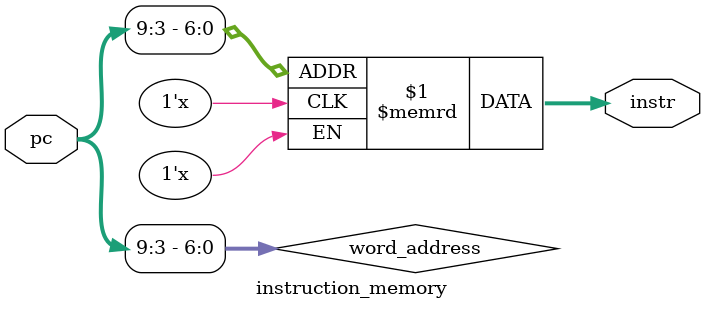
<source format=sv>
module instruction_memory 
   (output [31:0] instr,
    input [63:0] pc);

   // 32-bit memory, byte addressable, but reads and
   // writes must be 8-byte aligned.
   reg [31:0] im[256];
   wire [6:0] word_address;

   // Bug: array is 4-bytes per element, so should
   // drop only the first 2 bits, not three.
   assign word_address = pc[9:3];
   assign instr = im[word_address];

endmodule

</source>
